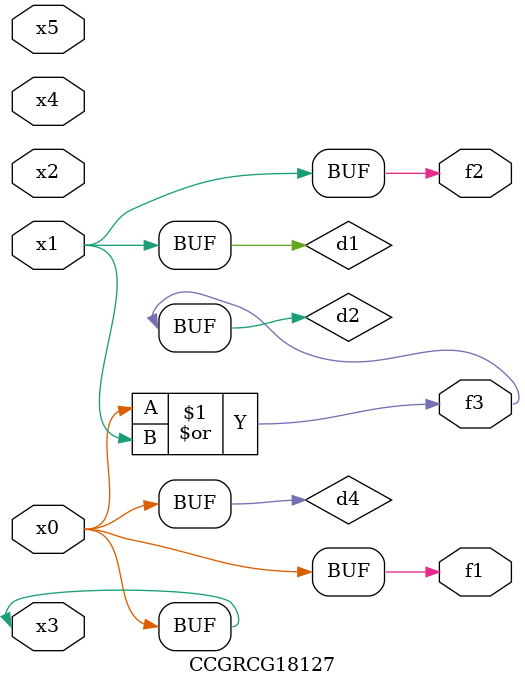
<source format=v>
module CCGRCG18127(
	input x0, x1, x2, x3, x4, x5,
	output f1, f2, f3
);

	wire d1, d2, d3, d4;

	and (d1, x1);
	or (d2, x0, x1);
	nand (d3, x0, x5);
	buf (d4, x0, x3);
	assign f1 = d4;
	assign f2 = d1;
	assign f3 = d2;
endmodule

</source>
